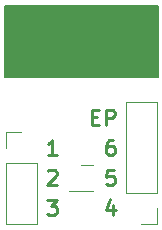
<source format=gbr>
%TF.GenerationSoftware,KiCad,Pcbnew,5.1.7-a382d34a8~87~ubuntu20.04.1*%
%TF.CreationDate,2020-11-06T18:30:24+02:00*%
%TF.ProjectId,BRK-WSON-6-1EP-2x2-P0.65-EP1x1.6,42524b2d-5753-44f4-9e2d-362d3145502d,v1.0*%
%TF.SameCoordinates,Original*%
%TF.FileFunction,Legend,Top*%
%TF.FilePolarity,Positive*%
%FSLAX46Y46*%
G04 Gerber Fmt 4.6, Leading zero omitted, Abs format (unit mm)*
G04 Created by KiCad (PCBNEW 5.1.7-a382d34a8~87~ubuntu20.04.1) date 2020-11-06 18:30:24*
%MOMM*%
%LPD*%
G01*
G04 APERTURE LIST*
%ADD10C,0.250000*%
%ADD11C,0.150000*%
%ADD12C,0.120000*%
G04 APERTURE END LIST*
D10*
X100920833Y-94827142D02*
X101354166Y-94827142D01*
X101539880Y-95508095D02*
X100920833Y-95508095D01*
X100920833Y-94208095D01*
X101539880Y-94208095D01*
X102097023Y-95508095D02*
X102097023Y-94208095D01*
X102592261Y-94208095D01*
X102716071Y-94270000D01*
X102777976Y-94331904D01*
X102839880Y-94455714D01*
X102839880Y-94641428D01*
X102777976Y-94765238D01*
X102716071Y-94827142D01*
X102592261Y-94889047D01*
X102097023Y-94889047D01*
X102716071Y-96748095D02*
X102468452Y-96748095D01*
X102344642Y-96810000D01*
X102282738Y-96871904D01*
X102158928Y-97057619D01*
X102097023Y-97305238D01*
X102097023Y-97800476D01*
X102158928Y-97924285D01*
X102220833Y-97986190D01*
X102344642Y-98048095D01*
X102592261Y-98048095D01*
X102716071Y-97986190D01*
X102777976Y-97924285D01*
X102839880Y-97800476D01*
X102839880Y-97490952D01*
X102777976Y-97367142D01*
X102716071Y-97305238D01*
X102592261Y-97243333D01*
X102344642Y-97243333D01*
X102220833Y-97305238D01*
X102158928Y-97367142D01*
X102097023Y-97490952D01*
X102777976Y-99288095D02*
X102158928Y-99288095D01*
X102097023Y-99907142D01*
X102158928Y-99845238D01*
X102282738Y-99783333D01*
X102592261Y-99783333D01*
X102716071Y-99845238D01*
X102777976Y-99907142D01*
X102839880Y-100030952D01*
X102839880Y-100340476D01*
X102777976Y-100464285D01*
X102716071Y-100526190D01*
X102592261Y-100588095D01*
X102282738Y-100588095D01*
X102158928Y-100526190D01*
X102097023Y-100464285D01*
X102716071Y-102261428D02*
X102716071Y-103128095D01*
X102406547Y-101766190D02*
X102097023Y-102694761D01*
X102901785Y-102694761D01*
X97098214Y-101828095D02*
X97902976Y-101828095D01*
X97469642Y-102323333D01*
X97655357Y-102323333D01*
X97779166Y-102385238D01*
X97841071Y-102447142D01*
X97902976Y-102570952D01*
X97902976Y-102880476D01*
X97841071Y-103004285D01*
X97779166Y-103066190D01*
X97655357Y-103128095D01*
X97283928Y-103128095D01*
X97160119Y-103066190D01*
X97098214Y-103004285D01*
X97160119Y-99411904D02*
X97222023Y-99350000D01*
X97345833Y-99288095D01*
X97655357Y-99288095D01*
X97779166Y-99350000D01*
X97841071Y-99411904D01*
X97902976Y-99535714D01*
X97902976Y-99659523D01*
X97841071Y-99845238D01*
X97098214Y-100588095D01*
X97902976Y-100588095D01*
X97902976Y-98048095D02*
X97160119Y-98048095D01*
X97531547Y-98048095D02*
X97531547Y-96748095D01*
X97407738Y-96933809D01*
X97283928Y-97057619D01*
X97160119Y-97119523D01*
D11*
G36*
X106480000Y-91430000D02*
G01*
X93520000Y-91430000D01*
X93520000Y-85430000D01*
X106480000Y-85430000D01*
X106480000Y-91430000D01*
G37*
X106480000Y-91430000D02*
X93520000Y-91430000D01*
X93520000Y-85430000D01*
X106480000Y-85430000D01*
X106480000Y-91430000D01*
D12*
%TO.C,J2*%
X106410000Y-93590000D02*
X103750000Y-93590000D01*
X106410000Y-101270000D02*
X106410000Y-93590000D01*
X103750000Y-101270000D02*
X103750000Y-93590000D01*
X106410000Y-101270000D02*
X103750000Y-101270000D01*
X106410000Y-102540000D02*
X106410000Y-103870000D01*
X106410000Y-103870000D02*
X105080000Y-103870000D01*
%TO.C,J1*%
X93590000Y-103870000D02*
X96250000Y-103870000D01*
X93590000Y-98730000D02*
X93590000Y-103870000D01*
X96250000Y-98730000D02*
X96250000Y-103870000D01*
X93590000Y-98730000D02*
X96250000Y-98730000D01*
X93590000Y-97460000D02*
X93590000Y-96130000D01*
X93590000Y-96130000D02*
X94920000Y-96130000D01*
%TO.C,U1*%
X100000000Y-98890000D02*
X101000000Y-98890000D01*
X99000000Y-101110000D02*
X101000000Y-101110000D01*
%TD*%
M02*

</source>
